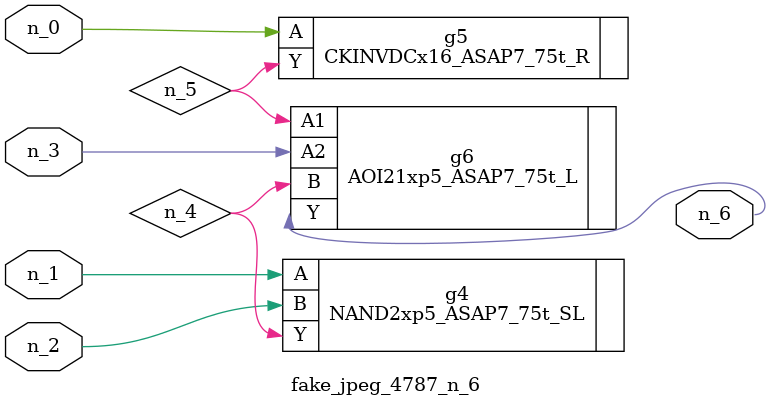
<source format=v>
module fake_jpeg_4787_n_6 (n_0, n_3, n_2, n_1, n_6);

input n_0;
input n_3;
input n_2;
input n_1;

output n_6;

wire n_4;
wire n_5;

NAND2xp5_ASAP7_75t_SL g4 ( 
.A(n_1),
.B(n_2),
.Y(n_4)
);

CKINVDCx16_ASAP7_75t_R g5 ( 
.A(n_0),
.Y(n_5)
);

AOI21xp5_ASAP7_75t_L g6 ( 
.A1(n_5),
.A2(n_3),
.B(n_4),
.Y(n_6)
);


endmodule
</source>
